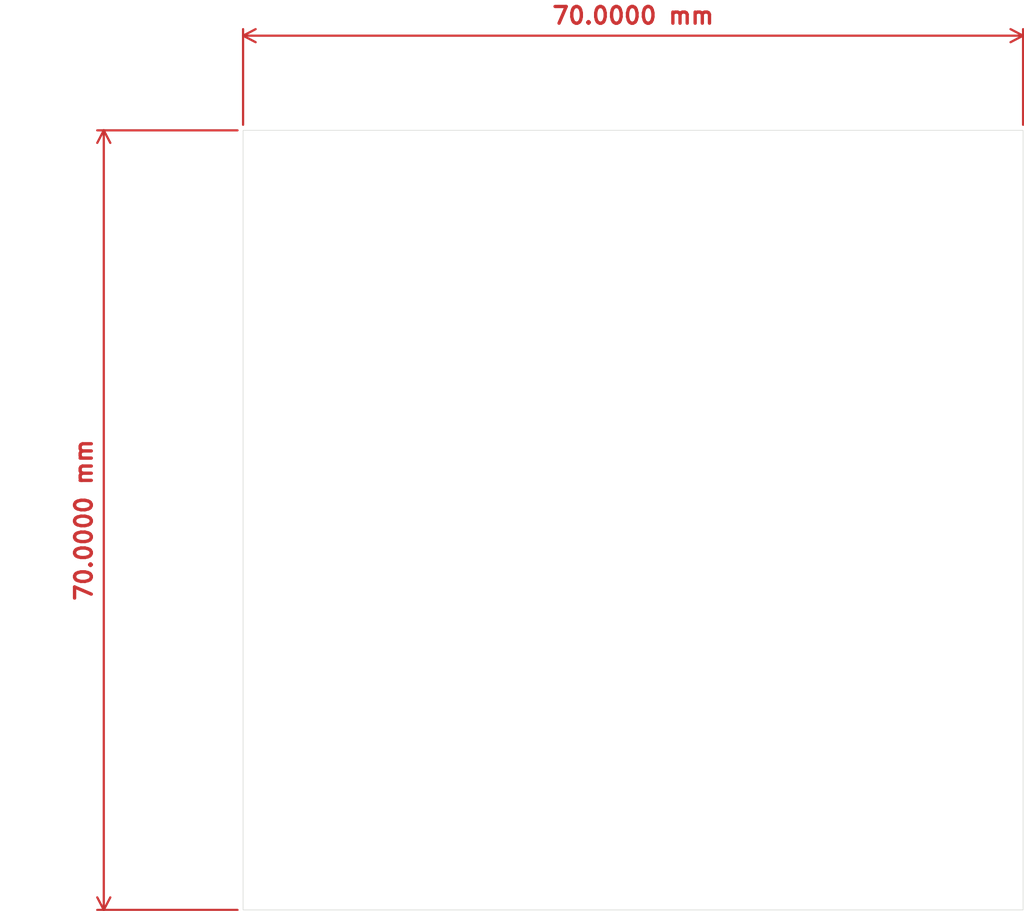
<source format=kicad_pcb>
(kicad_pcb
	(version 20240108)
	(generator "pcbnew")
	(generator_version "8.0")
	(general
		(thickness 1.6)
		(legacy_teardrops no)
	)
	(paper "A4")
	(layers
		(0 "F.Cu" signal)
		(31 "B.Cu" signal)
		(32 "B.Adhes" user "B.Adhesive")
		(33 "F.Adhes" user "F.Adhesive")
		(34 "B.Paste" user)
		(35 "F.Paste" user)
		(36 "B.SilkS" user "B.Silkscreen")
		(37 "F.SilkS" user "F.Silkscreen")
		(38 "B.Mask" user)
		(39 "F.Mask" user)
		(40 "Dwgs.User" user "User.Drawings")
		(41 "Cmts.User" user "User.Comments")
		(42 "Eco1.User" user "User.Eco1")
		(43 "Eco2.User" user "User.Eco2")
		(44 "Edge.Cuts" user)
		(45 "Margin" user)
		(46 "B.CrtYd" user "B.Courtyard")
		(47 "F.CrtYd" user "F.Courtyard")
		(48 "B.Fab" user)
		(49 "F.Fab" user)
		(50 "User.1" user)
		(51 "User.2" user)
		(52 "User.3" user)
		(53 "User.4" user)
		(54 "User.5" user)
		(55 "User.6" user)
		(56 "User.7" user)
		(57 "User.8" user)
		(58 "User.9" user)
	)
	(setup
		(pad_to_mask_clearance 0)
		(allow_soldermask_bridges_in_footprints no)
		(pcbplotparams
			(layerselection 0x00010fc_ffffffff)
			(plot_on_all_layers_selection 0x0000000_00000000)
			(disableapertmacros no)
			(usegerberextensions no)
			(usegerberattributes yes)
			(usegerberadvancedattributes yes)
			(creategerberjobfile yes)
			(dashed_line_dash_ratio 12.000000)
			(dashed_line_gap_ratio 3.000000)
			(svgprecision 4)
			(plotframeref no)
			(viasonmask no)
			(mode 1)
			(useauxorigin no)
			(hpglpennumber 1)
			(hpglpenspeed 20)
			(hpglpendiameter 15.000000)
			(pdf_front_fp_property_popups yes)
			(pdf_back_fp_property_popups yes)
			(dxfpolygonmode yes)
			(dxfimperialunits yes)
			(dxfusepcbnewfont yes)
			(psnegative no)
			(psa4output no)
			(plotreference yes)
			(plotvalue yes)
			(plotfptext yes)
			(plotinvisibletext no)
			(sketchpadsonfab no)
			(subtractmaskfromsilk no)
			(outputformat 1)
			(mirror no)
			(drillshape 1)
			(scaleselection 1)
			(outputdirectory "")
		)
	)
	(net 0 "")
	(gr_rect
		(start 65.5 49.5)
		(end 135.5 119.5)
		(stroke
			(width 0.05)
			(type default)
		)
		(fill none)
		(layer "Edge.Cuts")
		(uuid "0b022643-8e27-46ad-8561-c3d7f8dca89d")
	)
	(dimension
		(type aligned)
		(layer "F.Cu")
		(uuid "000f7170-229e-4acb-acf5-41977f2af44d")
		(pts
			(xy 65.5 49.5) (xy 135.5 49.5)
		)
		(height -8.5)
		(gr_text "70,0000 mm"
			(at 100.5 39.2 0)
			(layer "F.Cu")
			(uuid "000f7170-229e-4acb-acf5-41977f2af44d")
			(effects
				(font
					(size 1.5 1.5)
					(thickness 0.3)
				)
			)
		)
		(format
			(prefix "")
			(suffix "")
			(units 3)
			(units_format 1)
			(precision 4)
		)
		(style
			(thickness 0.2)
			(arrow_length 1.27)
			(text_position_mode 0)
			(extension_height 0.58642)
			(extension_offset 0.5) keep_text_aligned)
	)
	(dimension
		(type aligned)
		(layer "F.Cu")
		(uuid "86c58c21-f9c1-4d9f-bc79-6ac5c4773b0b")
		(pts
			(xy 65.5 49.5) (xy 65.5 119.5)
		)
		(height 12.5)
		(gr_text "70,0000 mm"
			(at 51.2 84.5 90)
			(layer "F.Cu")
			(uuid "86c58c21-f9c1-4d9f-bc79-6ac5c4773b0b")
			(effects
				(font
					(size 1.5 1.5)
					(thickness 0.3)
				)
			)
		)
		(format
			(prefix "")
			(suffix "")
			(units 3)
			(units_format 1)
			(precision 4)
		)
		(style
			(thickness 0.2)
			(arrow_length 1.27)
			(text_position_mode 0)
			(extension_height 0.58642)
			(extension_offset 0.5) keep_text_aligned)
	)
)

</source>
